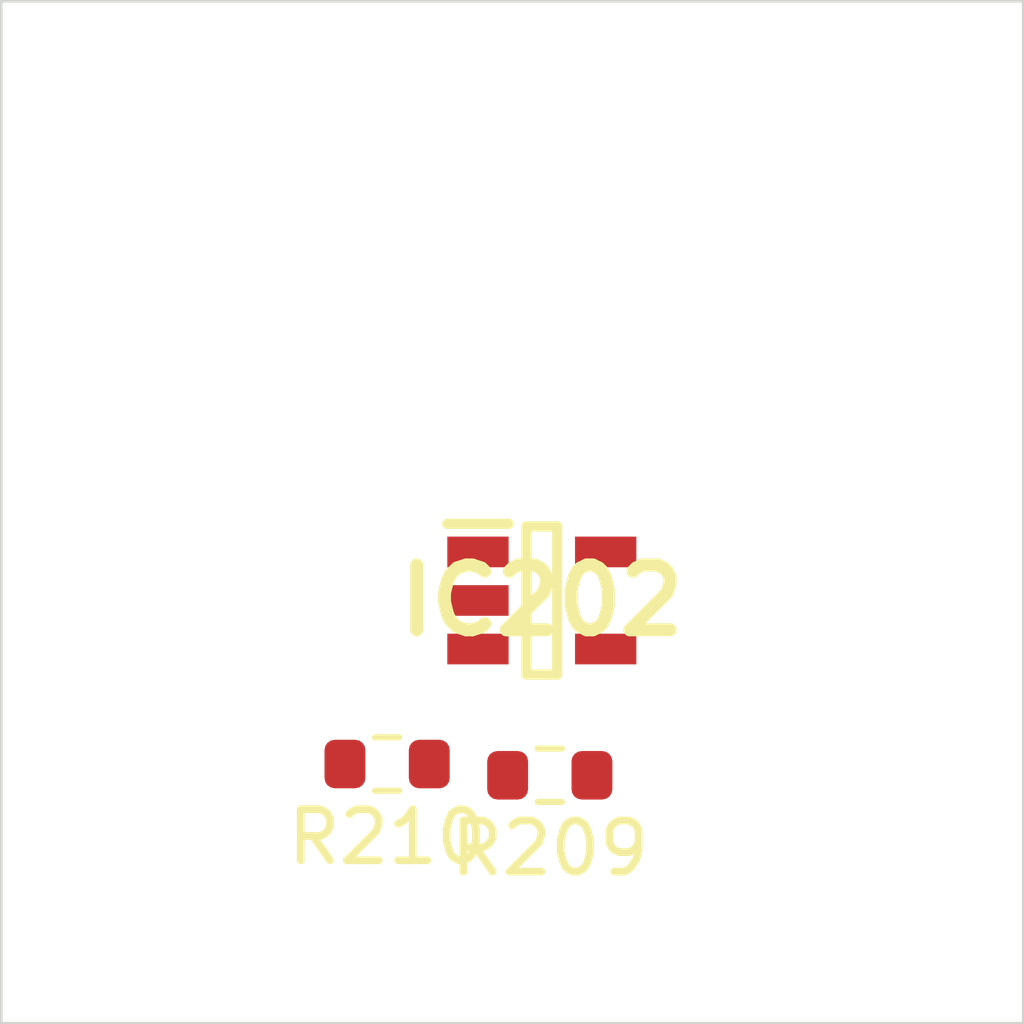
<source format=kicad_pcb>
 ( kicad_pcb  ( version 20171130 )
 ( host pcbnew 5.1.12-84ad8e8a86~92~ubuntu18.04.1 )
 ( general  ( thickness 1.6 )
 ( drawings 4 )
 ( tracks 0 )
 ( zones 0 )
 ( modules 3 )
 ( nets 5 )
)
 ( page A4 )
 ( layers  ( 0 F.Cu signal )
 ( 31 B.Cu signal )
 ( 32 B.Adhes user )
 ( 33 F.Adhes user )
 ( 34 B.Paste user )
 ( 35 F.Paste user )
 ( 36 B.SilkS user )
 ( 37 F.SilkS user )
 ( 38 B.Mask user )
 ( 39 F.Mask user )
 ( 40 Dwgs.User user )
 ( 41 Cmts.User user )
 ( 42 Eco1.User user )
 ( 43 Eco2.User user )
 ( 44 Edge.Cuts user )
 ( 45 Margin user )
 ( 46 B.CrtYd user )
 ( 47 F.CrtYd user )
 ( 48 B.Fab user )
 ( 49 F.Fab user )
)
 ( setup  ( last_trace_width 0.25 )
 ( trace_clearance 0.2 )
 ( zone_clearance 0.508 )
 ( zone_45_only no )
 ( trace_min 0.2 )
 ( via_size 0.8 )
 ( via_drill 0.4 )
 ( via_min_size 0.4 )
 ( via_min_drill 0.3 )
 ( uvia_size 0.3 )
 ( uvia_drill 0.1 )
 ( uvias_allowed no )
 ( uvia_min_size 0.2 )
 ( uvia_min_drill 0.1 )
 ( edge_width 0.05 )
 ( segment_width 0.2 )
 ( pcb_text_width 0.3 )
 ( pcb_text_size 1.5 1.5 )
 ( mod_edge_width 0.12 )
 ( mod_text_size 1 1 )
 ( mod_text_width 0.15 )
 ( pad_size 1.524 1.524 )
 ( pad_drill 0.762 )
 ( pad_to_mask_clearance 0 )
 ( aux_axis_origin 0 0 )
 ( visible_elements FFFFFF7F )
 ( pcbplotparams  ( layerselection 0x010fc_ffffffff )
 ( usegerberextensions false )
 ( usegerberattributes true )
 ( usegerberadvancedattributes true )
 ( creategerberjobfile true )
 ( excludeedgelayer true )
 ( linewidth 0.100000 )
 ( plotframeref false )
 ( viasonmask false )
 ( mode 1 )
 ( useauxorigin false )
 ( hpglpennumber 1 )
 ( hpglpenspeed 20 )
 ( hpglpendiameter 15.000000 )
 ( psnegative false )
 ( psa4output false )
 ( plotreference true )
 ( plotvalue true )
 ( plotinvisibletext false )
 ( padsonsilk false )
 ( subtractmaskfromsilk false )
 ( outputformat 1 )
 ( mirror false )
 ( drillshape 1 )
 ( scaleselection 1 )
 ( outputdirectory "" )
)
)
 ( net 0 "" )
 ( net 1 GND )
 ( net 2 VDDA )
 ( net 3 /Sheet6235D886/vp )
 ( net 4 "Net-(IC202-Pad3)" )
 ( net_class Default "This is the default net class."  ( clearance 0.2 )
 ( trace_width 0.25 )
 ( via_dia 0.8 )
 ( via_drill 0.4 )
 ( uvia_dia 0.3 )
 ( uvia_drill 0.1 )
 ( add_net /Sheet6235D886/vp )
 ( add_net GND )
 ( add_net "Net-(IC202-Pad3)" )
 ( add_net VDDA )
)
 ( module SOT95P280X145-5N locked  ( layer F.Cu )
 ( tedit 62336ED7 )
 ( tstamp 623423ED )
 ( at 90.579100 111.727000 )
 ( descr DBV0005A )
 ( tags "Integrated Circuit" )
 ( path /6235D887/6266C08E )
 ( attr smd )
 ( fp_text reference IC202  ( at 0 0 )
 ( layer F.SilkS )
 ( effects  ( font  ( size 1.27 1.27 )
 ( thickness 0.254 )
)
)
)
 ( fp_text value TL071HIDBVR  ( at 0 0 )
 ( layer F.SilkS )
hide  ( effects  ( font  ( size 1.27 1.27 )
 ( thickness 0.254 )
)
)
)
 ( fp_line  ( start -1.85 -1.5 )
 ( end -0.65 -1.5 )
 ( layer F.SilkS )
 ( width 0.2 )
)
 ( fp_line  ( start -0.3 1.45 )
 ( end -0.3 -1.45 )
 ( layer F.SilkS )
 ( width 0.2 )
)
 ( fp_line  ( start 0.3 1.45 )
 ( end -0.3 1.45 )
 ( layer F.SilkS )
 ( width 0.2 )
)
 ( fp_line  ( start 0.3 -1.45 )
 ( end 0.3 1.45 )
 ( layer F.SilkS )
 ( width 0.2 )
)
 ( fp_line  ( start -0.3 -1.45 )
 ( end 0.3 -1.45 )
 ( layer F.SilkS )
 ( width 0.2 )
)
 ( fp_line  ( start -0.8 -0.5 )
 ( end 0.15 -1.45 )
 ( layer Dwgs.User )
 ( width 0.1 )
)
 ( fp_line  ( start -0.8 1.45 )
 ( end -0.8 -1.45 )
 ( layer Dwgs.User )
 ( width 0.1 )
)
 ( fp_line  ( start 0.8 1.45 )
 ( end -0.8 1.45 )
 ( layer Dwgs.User )
 ( width 0.1 )
)
 ( fp_line  ( start 0.8 -1.45 )
 ( end 0.8 1.45 )
 ( layer Dwgs.User )
 ( width 0.1 )
)
 ( fp_line  ( start -0.8 -1.45 )
 ( end 0.8 -1.45 )
 ( layer Dwgs.User )
 ( width 0.1 )
)
 ( fp_line  ( start -2.1 1.775 )
 ( end -2.1 -1.775 )
 ( layer Dwgs.User )
 ( width 0.05 )
)
 ( fp_line  ( start 2.1 1.775 )
 ( end -2.1 1.775 )
 ( layer Dwgs.User )
 ( width 0.05 )
)
 ( fp_line  ( start 2.1 -1.775 )
 ( end 2.1 1.775 )
 ( layer Dwgs.User )
 ( width 0.05 )
)
 ( fp_line  ( start -2.1 -1.775 )
 ( end 2.1 -1.775 )
 ( layer Dwgs.User )
 ( width 0.05 )
)
 ( pad 1 smd rect  ( at -1.25 -0.95 90.000000 )
 ( size 0.6 1.2 )
 ( layers F.Cu F.Mask F.Paste )
 ( net 3 /Sheet6235D886/vp )
)
 ( pad 2 smd rect  ( at -1.25 0 90.000000 )
 ( size 0.6 1.2 )
 ( layers F.Cu F.Mask F.Paste )
 ( net 1 GND )
)
 ( pad 3 smd rect  ( at -1.25 0.95 90.000000 )
 ( size 0.6 1.2 )
 ( layers F.Cu F.Mask F.Paste )
 ( net 4 "Net-(IC202-Pad3)" )
)
 ( pad 4 smd rect  ( at 1.25 0.95 90.000000 )
 ( size 0.6 1.2 )
 ( layers F.Cu F.Mask F.Paste )
 ( net 3 /Sheet6235D886/vp )
)
 ( pad 5 smd rect  ( at 1.25 -0.95 90.000000 )
 ( size 0.6 1.2 )
 ( layers F.Cu F.Mask F.Paste )
 ( net 2 VDDA )
)
)
 ( module Resistor_SMD:R_0603_1608Metric  ( layer F.Cu )
 ( tedit 5F68FEEE )
 ( tstamp 62342595 )
 ( at 90.734897 115.148026 180.000000 )
 ( descr "Resistor SMD 0603 (1608 Metric), square (rectangular) end terminal, IPC_7351 nominal, (Body size source: IPC-SM-782 page 72, https://www.pcb-3d.com/wordpress/wp-content/uploads/ipc-sm-782a_amendment_1_and_2.pdf), generated with kicad-footprint-generator" )
 ( tags resistor )
 ( path /6235D887/623CDBD9 )
 ( attr smd )
 ( fp_text reference R209  ( at 0 -1.43 )
 ( layer F.SilkS )
 ( effects  ( font  ( size 1 1 )
 ( thickness 0.15 )
)
)
)
 ( fp_text value 100k  ( at 0 1.43 )
 ( layer F.Fab )
 ( effects  ( font  ( size 1 1 )
 ( thickness 0.15 )
)
)
)
 ( fp_line  ( start -0.8 0.4125 )
 ( end -0.8 -0.4125 )
 ( layer F.Fab )
 ( width 0.1 )
)
 ( fp_line  ( start -0.8 -0.4125 )
 ( end 0.8 -0.4125 )
 ( layer F.Fab )
 ( width 0.1 )
)
 ( fp_line  ( start 0.8 -0.4125 )
 ( end 0.8 0.4125 )
 ( layer F.Fab )
 ( width 0.1 )
)
 ( fp_line  ( start 0.8 0.4125 )
 ( end -0.8 0.4125 )
 ( layer F.Fab )
 ( width 0.1 )
)
 ( fp_line  ( start -0.237258 -0.5225 )
 ( end 0.237258 -0.5225 )
 ( layer F.SilkS )
 ( width 0.12 )
)
 ( fp_line  ( start -0.237258 0.5225 )
 ( end 0.237258 0.5225 )
 ( layer F.SilkS )
 ( width 0.12 )
)
 ( fp_line  ( start -1.48 0.73 )
 ( end -1.48 -0.73 )
 ( layer F.CrtYd )
 ( width 0.05 )
)
 ( fp_line  ( start -1.48 -0.73 )
 ( end 1.48 -0.73 )
 ( layer F.CrtYd )
 ( width 0.05 )
)
 ( fp_line  ( start 1.48 -0.73 )
 ( end 1.48 0.73 )
 ( layer F.CrtYd )
 ( width 0.05 )
)
 ( fp_line  ( start 1.48 0.73 )
 ( end -1.48 0.73 )
 ( layer F.CrtYd )
 ( width 0.05 )
)
 ( fp_text user %R  ( at 0 0 )
 ( layer F.Fab )
 ( effects  ( font  ( size 0.4 0.4 )
 ( thickness 0.06 )
)
)
)
 ( pad 1 smd roundrect  ( at -0.825 0 180.000000 )
 ( size 0.8 0.95 )
 ( layers F.Cu F.Mask F.Paste )
 ( roundrect_rratio 0.25 )
 ( net 2 VDDA )
)
 ( pad 2 smd roundrect  ( at 0.825 0 180.000000 )
 ( size 0.8 0.95 )
 ( layers F.Cu F.Mask F.Paste )
 ( roundrect_rratio 0.25 )
 ( net 4 "Net-(IC202-Pad3)" )
)
 ( model ${KISYS3DMOD}/Resistor_SMD.3dshapes/R_0603_1608Metric.wrl  ( at  ( xyz 0 0 0 )
)
 ( scale  ( xyz 1 1 1 )
)
 ( rotate  ( xyz 0 0 0 )
)
)
)
 ( module Resistor_SMD:R_0603_1608Metric  ( layer F.Cu )
 ( tedit 5F68FEEE )
 ( tstamp 623425A6 )
 ( at 87.550912 114.927629 180.000000 )
 ( descr "Resistor SMD 0603 (1608 Metric), square (rectangular) end terminal, IPC_7351 nominal, (Body size source: IPC-SM-782 page 72, https://www.pcb-3d.com/wordpress/wp-content/uploads/ipc-sm-782a_amendment_1_and_2.pdf), generated with kicad-footprint-generator" )
 ( tags resistor )
 ( path /6235D887/623CDBDF )
 ( attr smd )
 ( fp_text reference R210  ( at 0 -1.43 )
 ( layer F.SilkS )
 ( effects  ( font  ( size 1 1 )
 ( thickness 0.15 )
)
)
)
 ( fp_text value 100k  ( at 0 1.43 )
 ( layer F.Fab )
 ( effects  ( font  ( size 1 1 )
 ( thickness 0.15 )
)
)
)
 ( fp_line  ( start 1.48 0.73 )
 ( end -1.48 0.73 )
 ( layer F.CrtYd )
 ( width 0.05 )
)
 ( fp_line  ( start 1.48 -0.73 )
 ( end 1.48 0.73 )
 ( layer F.CrtYd )
 ( width 0.05 )
)
 ( fp_line  ( start -1.48 -0.73 )
 ( end 1.48 -0.73 )
 ( layer F.CrtYd )
 ( width 0.05 )
)
 ( fp_line  ( start -1.48 0.73 )
 ( end -1.48 -0.73 )
 ( layer F.CrtYd )
 ( width 0.05 )
)
 ( fp_line  ( start -0.237258 0.5225 )
 ( end 0.237258 0.5225 )
 ( layer F.SilkS )
 ( width 0.12 )
)
 ( fp_line  ( start -0.237258 -0.5225 )
 ( end 0.237258 -0.5225 )
 ( layer F.SilkS )
 ( width 0.12 )
)
 ( fp_line  ( start 0.8 0.4125 )
 ( end -0.8 0.4125 )
 ( layer F.Fab )
 ( width 0.1 )
)
 ( fp_line  ( start 0.8 -0.4125 )
 ( end 0.8 0.4125 )
 ( layer F.Fab )
 ( width 0.1 )
)
 ( fp_line  ( start -0.8 -0.4125 )
 ( end 0.8 -0.4125 )
 ( layer F.Fab )
 ( width 0.1 )
)
 ( fp_line  ( start -0.8 0.4125 )
 ( end -0.8 -0.4125 )
 ( layer F.Fab )
 ( width 0.1 )
)
 ( fp_text user %R  ( at 0 0 )
 ( layer F.Fab )
 ( effects  ( font  ( size 0.4 0.4 )
 ( thickness 0.06 )
)
)
)
 ( pad 2 smd roundrect  ( at 0.825 0 180.000000 )
 ( size 0.8 0.95 )
 ( layers F.Cu F.Mask F.Paste )
 ( roundrect_rratio 0.25 )
 ( net 1 GND )
)
 ( pad 1 smd roundrect  ( at -0.825 0 180.000000 )
 ( size 0.8 0.95 )
 ( layers F.Cu F.Mask F.Paste )
 ( roundrect_rratio 0.25 )
 ( net 4 "Net-(IC202-Pad3)" )
)
 ( model ${KISYS3DMOD}/Resistor_SMD.3dshapes/R_0603_1608Metric.wrl  ( at  ( xyz 0 0 0 )
)
 ( scale  ( xyz 1 1 1 )
)
 ( rotate  ( xyz 0 0 0 )
)
)
)
 ( gr_line  ( start 100 100 )
 ( end 100 120 )
 ( layer Edge.Cuts )
 ( width 0.05 )
 ( tstamp 62E770C4 )
)
 ( gr_line  ( start 80 120 )
 ( end 100 120 )
 ( layer Edge.Cuts )
 ( width 0.05 )
 ( tstamp 62E770C0 )
)
 ( gr_line  ( start 80 100 )
 ( end 100 100 )
 ( layer Edge.Cuts )
 ( width 0.05 )
 ( tstamp 6234110C )
)
 ( gr_line  ( start 80 100 )
 ( end 80 120 )
 ( layer Edge.Cuts )
 ( width 0.05 )
)
)

</source>
